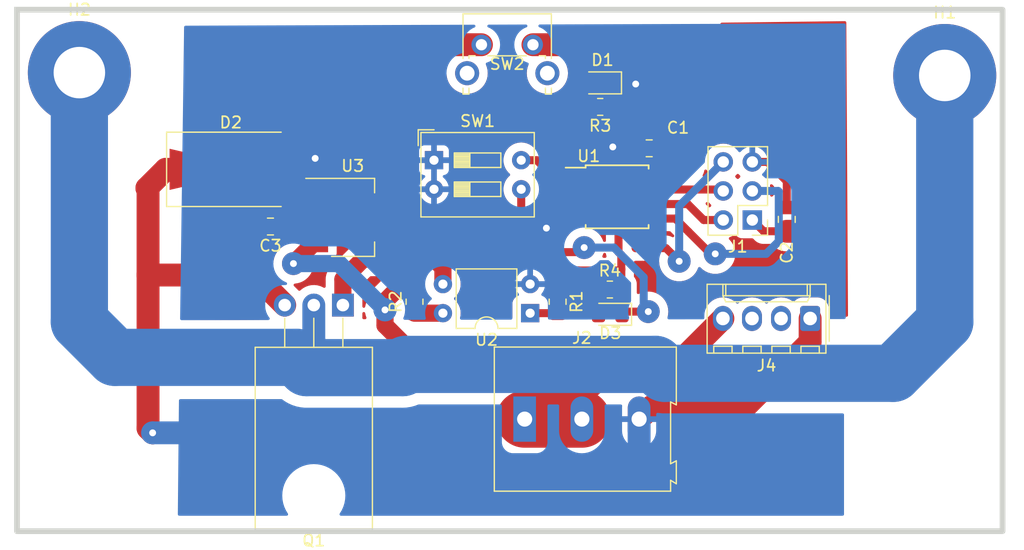
<source format=kicad_pcb>
(kicad_pcb (version 20221018) (generator pcbnew)
  (title_block (title "DC Halogen Flicker") (date "2024-07-12") (rev "v0") (company "Didik K. Inc") (comment 1 "drafted by Achmadi"))
  (layers (0 "F.Cu" signal) (31 "B.Cu" signal) (34 "B.Paste" user) (35 "F.Paste" user) (36 "B.SilkS" user "B.Silkscreen") (37 "F.SilkS" user "F.Silkscreen") (38 "B.Mask" user) (39 "F.Mask" user) (44 "Edge.Cuts" user))
  (net 0 "")
  (net 1 "+5V")
  (net 2 "GND")
  (net 3 "Net-(U3-VO)")
  (net 4 "Net-(D1-A)")
  (net 5 "GNDREF")
  (net 6 "Net-(D3-K)")
  (net 7 "Net-(D3-A)")
  (net 8 "GNDPWR")
  (net 9 "MISO")
  (net 10 "MOSI")
  (net 11 "SCK")
  (net 12 "NRST")
  (net 13 "+12V")
  (net 16 "Net-(Q1-G)")
  (net 17 "CON")
  (net 18 "Net-(R1-Pad2)")
  (net 19 "Net-(R2-Pad1)")
  (net 20 "SEL")
  (footprint "Resistor_SMD:R_0805_2012Metric_Pad1.20x1.40mm_HandSolder" (layer "F.Cu") (at 147.28 56.535 90)
    (fp_text reference "R2" (at 0 -1.65 90) (layer "F.SilkS"))
    (fp_text value "10K")
    (fp_line (start -0.227064 -0.735) (end 0.227064 -0.735) (stroke (width 0.12)) (layer "F.SilkS"))
    (fp_line (start -0.227064 0.735) (end 0.227064 0.735) (stroke (width 0.12)) (layer "F.SilkS"))
    (pad "1" smd roundrect (at -1 0 90) (size 1.2 1.4) (layers "F.Cu" "F.Paste" "F.Mask") (roundrect_rratio 0.208333) (net 19 "Net-(R2-Pad1)"))
    (pad "2" smd roundrect (at 1 0 90) (size 1.2 1.4) (layers "F.Cu" "F.Paste" "F.Mask") (roundrect_rratio 0.208333) (net 13 "+12V"))
  )
  (footprint "Package_TO_SOT_SMD:SOT-223-3_TabPin2" (layer "F.Cu") (at 141.88 49.16)
    (fp_text reference "U3" (at 0 -4.5) (layer "F.SilkS"))
    (fp_text value "AMS1117-5.0")
    (fp_line (start -4.1 -3.41) (end 1.91 -3.41) (stroke (width 0.12)) (layer "F.SilkS"))
    (fp_line (start -1.85 3.41) (end 1.91 3.41) (stroke (width 0.12)) (layer "F.SilkS"))
    (fp_line (start 1.91 -3.41) (end 1.91 -2.15) (stroke (width 0.12)) (layer "F.SilkS"))
    (fp_line (start 1.91 3.41) (end 1.91 2.15) (stroke (width 0.12)) (layer "F.SilkS"))
    (pad "1" smd rect (at -3.15 -2.3) (size 2 1.5) (layers "F.Cu" "F.Paste" "F.Mask") (net 2 "GND"))
    (pad "2" smd rect (at -3.15 0) (size 2 1.5) (layers "F.Cu" "F.Paste" "F.Mask") (net 3 "Net-(U3-VO)"))
    (pad "2" smd rect (at 3.15 0) (size 2 3.8) (layers "F.Cu" "F.Paste" "F.Mask") (net 3 "Net-(U3-VO)"))
    (pad "3" smd rect (at -3.15 2.3) (size 2 1.5) (layers "F.Cu" "F.Paste" "F.Mask") (net 13 "+12V"))
  )
  (footprint "Resistor_SMD:R_0805_2012Metric_Pad1.20x1.40mm_HandSolder" (layer "F.Cu") (at 159.78 56.535 -90)
    (fp_text reference "R1" (at 0 -1.65 90) (layer "F.SilkS"))
    (fp_text value "100")
    (fp_line (start -0.227064 -0.735) (end 0.227064 -0.735) (stroke (width 0.12)) (layer "F.SilkS"))
    (fp_line (start -0.227064 0.735) (end 0.227064 0.735) (stroke (width 0.12)) (layer "F.SilkS"))
    (pad "1" smd roundrect (at -1 0 270) (size 1.2 1.4) (layers "F.Cu" "F.Paste" "F.Mask") (roundrect_rratio 0.208333) (net 17 "CON"))
    (pad "2" smd roundrect (at 1 0 270) (size 1.2 1.4) (layers "F.Cu" "F.Paste" "F.Mask") (roundrect_rratio 0.208333) (net 18 "Net-(R1-Pad2)"))
  )
  (footprint "Resistor_SMD:R_0805_2012Metric_Pad1.20x1.40mm_HandSolder" (layer "F.Cu") (at 164.345 55.47)
    (fp_text reference "R4" (at 0 -1.65) (layer "F.SilkS"))
    (fp_text value "100")
    (fp_line (start -0.227064 -0.735) (end 0.227064 -0.735) (stroke (width 0.12)) (layer "F.SilkS"))
    (fp_line (start -0.227064 0.735) (end 0.227064 0.735) (stroke (width 0.12)) (layer "F.SilkS"))
    (pad "1" smd roundrect (at -1 0) (size 1.2 1.4) (layers "F.Cu" "F.Paste" "F.Mask") (roundrect_rratio 0.208333) (net 7 "Net-(D3-A)"))
    (pad "2" smd roundrect (at 1 0) (size 1.2 1.4) (layers "F.Cu" "F.Paste" "F.Mask") (roundrect_rratio 0.208333) (net 17 "CON"))
  )
  (footprint "Package_DIP:DIP-4_W7.62mm" (layer "F.Cu") (at 157.38 57.535 180)
    (fp_text reference "U2" (at 3.81 -2.33) (layer "F.SilkS"))
    (fp_text value "PC817")
    (fp_line (start 1.16 -1.33) (end 1.16 3.87) (stroke (width 0.12)) (layer "F.SilkS"))
    (fp_line (start 1.16 3.87) (end 6.46 3.87) (stroke (width 0.12)) (layer "F.SilkS"))
    (fp_line (start 2.81 -1.33) (end 1.16 -1.33) (stroke (width 0.12)) (layer "F.SilkS"))
    (fp_line (start 6.46 -1.33) (end 4.81 -1.33) (stroke (width 0.12)) (layer "F.SilkS"))
    (fp_line (start 6.46 3.87) (end 6.46 -1.33) (stroke (width 0.12)) (layer "F.SilkS"))
    (fp_arc (start 4.81 -1.33) (mid 3.81 -0.33) (end 2.81 -1.33) (stroke (width 0.12)) (layer "F.SilkS"))
    (pad "1" thru_hole rect (at 0 0 180) (size 1.6 1.6) (drill 0.8) (layers "*.Cu" "*.Mask") (net 18 "Net-(R1-Pad2)"))
    (pad "2" thru_hole oval (at 0 2.54 180) (size 1.6 1.6) (drill 0.8) (layers "*.Cu" "*.Mask") (net 2 "GND"))
    (pad "3" thru_hole oval (at 7.62 2.54 180) (size 1.6 1.6) (drill 0.8) (layers "*.Cu" "*.Mask") (net 16 "Net-(Q1-G)"))
    (pad "4" thru_hole oval (at 7.62 0 180) (size 1.6 1.6) (drill 0.8) (layers "*.Cu" "*.Mask") (net 19 "Net-(R2-Pad1)"))
  )
  (footprint "Capacitor_SMD:C_0805_2012Metric_Pad1.18x1.45mm_HandSolder" (layer "F.Cu") (at 179.8 49.3375 -90)
    (fp_text reference "C2" (at 2.9 0 90) (layer "F.SilkS"))
    (fp_text value "100nF")
    (fp_line (start -0.261252 -0.735) (end 0.261252 -0.735) (stroke (width 0.12)) (layer "F.SilkS"))
    (fp_line (start -0.261252 0.735) (end 0.261252 0.735) (stroke (width 0.12)) (layer "F.SilkS"))
    (pad "1" smd roundrect (at -1.0375 0 270) (size 1.175 1.45) (layers "F.Cu" "F.Paste" "F.Mask") (roundrect_rratio 0.212766) (net 2 "GND"))
    (pad "2" smd roundrect (at 1.0375 0 270) (size 1.175 1.45) (layers "F.Cu" "F.Paste" "F.Mask") (roundrect_rratio 0.212766) (net 1 "+5V"))
  )
  (footprint "Diode_SMD:D_SMB-SMC_Universal_Handsoldering" (layer "F.Cu") (at 131.23 44.96)
    (fp_text reference "D2" (at 0 -4.1) (layer "F.SilkS"))
    (fp_text value "D_Schottky")
    (fp_line (start -5.61 -3.25) (end 4.4 -3.25) (stroke (width 0.12)) (layer "F.SilkS"))
    (fp_line (start -5.61 3.25) (end -5.61 -3.25) (stroke (width 0.12)) (layer "F.SilkS"))
    (fp_line (start -5.61 3.25) (end 4.4 3.25) (stroke (width 0.12)) (layer "F.SilkS"))
    (pad "1" smd trapezoid (at -3.2 0) (size 4.3 2.6) (rect_delta 1 0) (layers "F.Cu" "F.Paste" "F.Mask") (net 5 "GNDREF"))
    (pad "2" smd trapezoid (at 3.2 0 180) (size 4.3 2.6) (rect_delta 1 0) (layers "F.Cu" "F.Paste" "F.Mask") (net 2 "GND"))
  )
  (footprint "Package_SO:SOIC-8W_5.3x5.3mm_P1.27mm" (layer "F.Cu") (at 164.98 47.36)
    (fp_text reference "U1" (at -2.48 -3.56) (layer "F.SilkS"))
    (fp_text value "ATtiny13A-S")
    (fp_line (start -2.75 -2.755) (end -2.75 -2.55) (stroke (width 0.15)) (layer "F.SilkS"))
    (fp_line (start -2.75 -2.755) (end 2.75 -2.755) (stroke (width 0.15)) (layer "F.SilkS"))
    (fp_line (start -2.75 -2.55) (end -4.5 -2.55) (stroke (width 0.15)) (layer "F.SilkS"))
    (fp_line (start -2.75 2.755) (end -2.75 2.455) (stroke (width 0.15)) (layer "F.SilkS"))
    (fp_line (start -2.75 2.755) (end 2.75 2.755) (stroke (width 0.15)) (layer "F.SilkS"))
    (fp_line (start 2.75 -2.755) (end 2.75 -2.455) (stroke (width 0.15)) (layer "F.SilkS"))
    (fp_line (start 2.75 2.755) (end 2.75 2.455) (stroke (width 0.15)) (layer "F.SilkS"))
    (pad "1" smd rect (at -3.65 -1.905) (size 1.7 0.65) (layers "F.Cu" "F.Paste" "F.Mask") (net 12 "NRST"))
    (pad "2" smd rect (at -3.65 -0.635) (size 1.7 0.65) (layers "F.Cu" "F.Paste" "F.Mask") (net 17 "CON"))
    (pad "3" smd rect (at -3.65 0.635) (size 1.7 0.65) (layers "F.Cu" "F.Paste" "F.Mask") (net 20 "SEL"))
    (pad "4" smd rect (at -3.65 1.905) (size 1.7 0.65) (layers "F.Cu" "F.Paste" "F.Mask") (net 2 "GND"))
    (pad "5" smd rect (at 3.65 1.905) (size 1.7 0.65) (layers "F.Cu" "F.Paste" "F.Mask") (net 10 "MOSI"))
    (pad "6" smd rect (at 3.65 0.635) (size 1.7 0.65) (layers "F.Cu" "F.Paste" "F.Mask") (net 9 "MISO"))
    (pad "7" smd rect (at 3.65 -0.635) (size 1.7 0.65) (layers "F.Cu" "F.Paste" "F.Mask") (net 11 "SCK"))
    (pad "8" smd rect (at 3.65 -1.905) (size 1.7 0.65) (layers "F.Cu" "F.Paste" "F.Mask") (net 1 "+5V"))
  )
  (footprint "Connector_Molex:Molex_KK-254_AE-6410-04A_1x04_P2.54mm_Vertical" (layer "F.Cu") (at 181.84 58 180)
    (fp_text reference "J4" (at 3.81 -4.12) (layer "F.SilkS"))
    (fp_text value "CHARGER")
    (fp_line (start -1.67 -2) (end -1.67 2) (stroke (width 0.12)) (layer "F.SilkS"))
    (fp_line (start -1.38 -3.03) (end -1.38 2.99) (stroke (width 0.12)) (layer "F.SilkS"))
    (fp_line (start -1.38 2.99) (end 9 2.99) (stroke (width 0.12)) (layer "F.SilkS"))
    (fp_line (start -0.8 -3.03) (end -0.8 -2.43) (stroke (width 0.12)) (layer "F.SilkS"))
    (fp_line (start -0.8 -2.43) (end 0.8 -2.43) (stroke (width 0.12)) (layer "F.SilkS"))
    (fp_line (start 0 1.99) (end 0.25 1.46) (stroke (width 0.12)) (layer "F.SilkS"))
    (fp_line (start 0 1.99) (end 7.62 1.99) (stroke (width 0.12)) (layer "F.SilkS"))
    (fp_line (start 0 2.99) (end 0 1.99) (stroke (width 0.12)) (layer "F.SilkS"))
    (fp_line (start 0.25 1.46) (end 7.37 1.46) (stroke (width 0.12)) (layer "F.SilkS"))
    (fp_line (start 0.25 2.99) (end 0.25 1.99) (stroke (width 0.12)) (layer "F.SilkS"))
    (fp_line (start 0.8 -2.43) (end 0.8 -3.03) (stroke (width 0.12)) (layer "F.SilkS"))
    (fp_line (start 1.74 -3.03) (end 1.74 -2.43) (stroke (width 0.12)) (layer "F.SilkS"))
    (fp_line (start 1.74 -2.43) (end 3.34 -2.43) (stroke (width 0.12)) (layer "F.SilkS"))
    (fp_line (start 3.34 -2.43) (end 3.34 -3.03) (stroke (width 0.12)) (layer "F.SilkS"))
    (fp_line (start 4.28 -3.03) (end 4.28 -2.43) (stroke (width 0.12)) (layer "F.SilkS"))
    (fp_line (start 4.28 -2.43) (end 5.88 -2.43) (stroke (width 0.12)) (layer "F.SilkS"))
    (fp_line (start 5.88 -2.43) (end 5.88 -3.03) (stroke (width 0.12)) (layer "F.SilkS"))
    (fp_line (start 6.82 -3.03) (end 6.82 -2.43) (stroke (width 0.12)) (layer "F.SilkS"))
    (fp_line (start 6.82 -2.43) (end 8.42 -2.43) (stroke (width 0.12)) (layer "F.SilkS"))
    (fp_line (start 7.37 1.46) (end 7.62 1.99) (stroke (width 0.12)) (layer "F.SilkS"))
    (fp_line (start 7.37 2.99) (end 7.37 1.99) (stroke (width 0.12)) (layer "F.SilkS"))
    (fp_line (start 7.62 1.99) (end 7.62 2.99) (stroke (width 0.12)) (layer "F.SilkS"))
    (fp_line (start 8.42 -2.43) (end 8.42 -3.03) (stroke (width 0.12)) (layer "F.SilkS"))
    (fp_line (start 9 -3.03) (end -1.38 -3.03) (stroke (width 0.12)) (layer "F.SilkS"))
    (fp_line (start 9 2.99) (end 9 -3.03) (stroke (width 0.12)) (layer "F.SilkS"))
    (pad "1" thru_hole roundrect (at 0 0 180) (size 1.74 2.19) (drill 1.19) (layers "*.Cu" "*.Mask") (roundrect_rratio 0.143678) (net 5 "GNDREF"))
    (pad "2" thru_hole oval (at 2.54 0 180) (size 1.74 2.19) (drill 1.19) (layers "*.Cu" "*.Mask"))
    (pad "3" thru_hole oval (at 5.08 0 180) (size 1.74 2.19) (drill 1.19) (layers "*.Cu" "*.Mask"))
    (pad "4" thru_hole oval (at 7.62 0 180) (size 1.74 2.19) (drill 1.19) (layers "*.Cu" "*.Mask") (net 13 "+12V"))
  )
  (footprint "Connector_PinHeader_2.54mm:PinHeader_2x03_P2.54mm_Vertical" (layer "F.Cu") (at 176.79 49.39 180)
    (fp_text reference "J1" (at 1.27 -2.33) (layer "F.SilkS"))
    (fp_text value "ASP")
    (fp_line (start -1.33 -1.33) (end 0 -1.33) (stroke (width 0.12)) (layer "F.SilkS"))
    (fp_line (start -1.33 0) (end -1.33 -1.33) (stroke (width 0.12)) (layer "F.SilkS"))
    (fp_line (start -1.33 1.27) (end -1.33 6.41) (stroke (width 0.12)) (layer "F.SilkS"))
    (fp_line (start -1.33 1.27) (end 1.27 1.27) (stroke (width 0.12)) (layer "F.SilkS"))
    (fp_line (start -1.33 6.41) (end 3.87 6.41) (stroke (width 0.12)) (layer "F.SilkS"))
    (fp_line (start 1.27 -1.33) (end 3.87 -1.33) (stroke (width 0.12)) (layer "F.SilkS"))
    (fp_line (start 1.27 1.27) (end 1.27 -1.33) (stroke (width 0.12)) (layer "F.SilkS"))
    (fp_line (start 3.87 -1.33) (end 3.87 6.41) (stroke (width 0.12)) (layer "F.SilkS"))
    (pad "1" thru_hole rect (at 0 0 180) (size 1.7 1.7) (drill 1) (layers "*.Cu" "*.Mask") (net 1 "+5V"))
    (pad "2" thru_hole oval (at 2.54 0 180) (size 1.7 1.7) (drill 1) (layers "*.Cu" "*.Mask") (net 9 "MISO"))
    (pad "3" thru_hole oval (at 0 2.54 180) (size 1.7 1.7) (drill 1) (layers "*.Cu" "*.Mask") (net 10 "MOSI"))
    (pad "4" thru_hole oval (at 2.54 2.54 180) (size 1.7 1.7) (drill 1) (layers "*.Cu" "*.Mask") (net 11 "SCK"))
    (pad "5" thru_hole oval (at 0 5.08 180) (size 1.7 1.7) (drill 1) (layers "*.Cu" "*.Mask") (net 2 "GND"))
    (pad "6" thru_hole oval (at 2.54 5.08 180) (size 1.7 1.7) (drill 1) (layers "*.Cu" "*.Mask") (net 12 "NRST"))
  )
  (footprint "MountingHole:MountingHole_4.5mm_Pad" (layer "F.Cu") (at 118 36.5)
    (fp_text reference "H2" (at 0 -5.5) (layer "F.SilkS"))
    (fp_text value "MountingHole_Pad")
    (pad "1" thru_hole circle (at 0 0) (size 9 9) (drill 4.5) (layers "*.Cu" "*.Mask") (net 8 "GNDPWR"))
  )
  (footprint "Capacitor_SMD:C_0805_2012Metric_Pad1.18x1.45mm_HandSolder" (layer "F.Cu") (at 134.6925 49.96 180)
    (fp_text reference "C3" (at 0 -1.68) (layer "F.SilkS"))
    (fp_text value "100nF")
    (fp_line (start -0.261252 -0.735) (end 0.261252 -0.735) (stroke (width 0.12)) (layer "F.SilkS"))
    (fp_line (start -0.261252 0.735) (end 0.261252 0.735) (stroke (width 0.12)) (layer "F.SilkS"))
    (pad "1" smd roundrect (at -1.0375 0 180) (size 1.175 1.45) (layers "F.Cu" "F.Paste" "F.Mask") (roundrect_rratio 0.212766) (net 3 "Net-(U3-VO)"))
    (pad "2" smd roundrect (at 1.0375 0 180) (size 1.175 1.45) (layers "F.Cu" "F.Paste" "F.Mask") (roundrect_rratio 0.212766) (net 2 "GND"))
  )
  (footprint "TerminalBlock:TerminalBlock_Altech_AK300-3_P5.00mm" (layer "F.Cu") (at 156.9 66.8)
    (fp_text reference "J2" (at 5 -7.1) (layer "F.SilkS"))
    (fp_text value "BATT_LAMP")
    (fp_line (start -2.65 -6.3) (end -2.65 6.3) (stroke (width 0.12)) (layer "F.SilkS"))
    (fp_line (start -2.65 6.3) (end 12.75 6.3) (stroke (width 0.12)) (layer "F.SilkS"))
    (fp_line (start 12.75 -1.5) (end 13.25 -1.25) (stroke (width 0.12)) (layer "F.SilkS"))
    (fp_line (start 12.75 3.9) (end 12.75 -1.5) (stroke (width 0.12)) (layer "F.SilkS"))
    (fp_line (start 12.75 5.35) (end 13.25 5.65) (stroke (width 0.12)) (layer "F.SilkS"))
    (fp_line (start 12.75 6.3) (end 12.75 5.35) (stroke (width 0.12)) (layer "F.SilkS"))
    (fp_line (start 13.25 -6.3) (end -2.65 -6.3) (stroke (width 0.12)) (layer "F.SilkS"))
    (fp_line (start 13.25 -1.25) (end 13.25 -6.3) (stroke (width 0.12)) (layer "F.SilkS"))
    (fp_line (start 13.25 3.65) (end 12.75 3.9) (stroke (width 0.12)) (layer "F.SilkS"))
    (fp_line (start 13.25 5.65) (end 13.25 3.65) (stroke (width 0.12)) (layer "F.SilkS"))
    (pad "1" thru_hole rect (at 0 0) (size 1.98 3.96) (drill 1.32) (layers "*.Cu" "*.Mask") (net 13 "+12V"))
    (pad "2" thru_hole oval (at 5 0) (size 1.98 3.96) (drill 1.32) (layers "*.Cu" "*.Mask") (net 13 "+12V"))
    (pad "3" thru_hole oval (at 10 0) (size 1.98 3.96) (drill 1.32) (layers "*.Cu" "*.Mask") (net 5 "GNDREF"))
  )
  (footprint "Button_Switch_THT:SW_DIP_SPSTx02_Slide_9.78x7.26mm_W7.62mm_P2.54mm" (layer "F.Cu") (at 148.98 44.16)
    (fp_text reference "SW1" (at 3.81 -3.42) (layer "F.SilkS"))
    (fp_text value "SW_DIP_x02")
    (fp_line (start -1.38 -2.66) (end -1.38 -1.277) (stroke (width 0.12)) (layer "F.SilkS"))
    (fp_line (start -1.38 -2.66) (end 0.004 -2.66) (stroke (width 0.12)) (layer "F.SilkS"))
    (fp_line (start -1.14 -2.42) (end -1.14 4.96) (stroke (width 0.12)) (layer "F.SilkS"))
    (fp_line (start -1.14 -2.42) (end 8.76 -2.42) (stroke (width 0.12)) (layer "F.SilkS"))
    (fp_line (start -1.14 4.96) (end 8.76 4.96) (stroke (width 0.12)) (layer "F.SilkS"))
    (fp_line (start 1.78 -0.635) (end 1.78 0.635) (stroke (width 0.12)) (layer "F.SilkS"))
    (fp_line (start 1.78 -0.515) (end 3.133333 -0.515) (stroke (width 0.12)) (layer "F.SilkS"))
    (fp_line (start 1.78 -0.395) (end 3.133333 -0.395) (stroke (width 0.12)) (layer "F.SilkS"))
    (fp_line (start 1.78 -0.275) (end 3.133333 -0.275) (stroke (width 0.12)) (layer "F.SilkS"))
    (fp_line (start 1.78 -0.155) (end 3.133333 -0.155) (stroke (width 0.12)) (layer "F.SilkS"))
    (fp_line (start 1.78 -0.035) (end 3.133333 -0.035) (stroke (width 0.12)) (layer "F.SilkS"))
    (fp_line (start 1.78 0.085) (end 3.133333 0.085) (stroke (width 0.12)) (layer "F.SilkS"))
    (fp_line (start 1.78 0.205) (end 3.133333 0.205) (stroke (width 0.12)) (layer "F.SilkS"))
    (fp_line (start 1.78 0.325) (end 3.133333 0.325) (stroke (width 0.12)) (layer "F.SilkS"))
    (fp_line (start 1.78 0.445) (end 3.133333 0.445) (stroke (width 0.12)) (layer "F.SilkS"))
    (fp_line (start 1.78 0.565) (end 3.133333 0.565) (stroke (width 0.12)) (layer "F.SilkS"))
    (fp_line (start 1.78 0.635) (end 5.84 0.635) (stroke (width 0.12)) (layer "F.SilkS"))
    (fp_line (start 1.78 1.905) (end 1.78 3.175) (stroke (width 0.12)) (layer "F.SilkS"))
    (fp_line (start 1.78 2.025) (end 3.133333 2.025) (stroke (width 0.12)) (layer "F.SilkS"))
    (fp_line (start 1.78 2.145) (end 3.133333 2.145) (stroke (width 0.12)) (layer "F.SilkS"))
    (fp_line (start 1.78 2.265) (end 3.133333 2.265) (stroke (width 0.12)) (layer "F.SilkS"))
    (fp_line (start 1.78 2.385) (end 3.133333 2.385) (stroke (width 0.12)) (layer "F.SilkS"))
    (fp_line (start 1.78 2.505) (end 3.133333 2.505) (stroke (width 0.12)) (layer "F.SilkS"))
    (fp_line (start 1.78 2.625) (end 3.133333 2.625) (stroke (width 0.12)) (layer "F.SilkS"))
    (fp_line (start 1.78 2.745) (end 3.133333 2.745) (stroke (width 0.12)) (layer "F.SilkS"))
    (fp_line (start 1.78 2.865) (end 3.133333 2.865) (stroke (width 0.12)) (layer "F.SilkS"))
    (fp_line (start 1.78 2.985) (end 3.133333 2.985) (stroke (width 0.12)) (layer "F.SilkS"))
    (fp_line (start 1.78 3.105) (end 3.133333 3.105) (stroke (width 0.12)) (layer "F.SilkS"))
    (fp_line (start 1.78 3.175) (end 5.84 3.175) (stroke (width 0.12)) (layer "F.SilkS"))
    (fp_line (start 3.133333 -0.635) (end 3.133333 0.635) (stroke (width 0.12)) (layer "F.SilkS"))
    (fp_line (start 3.133333 1.905) (end 3.133333 3.175) (stroke (width 0.12)) (layer "F.SilkS"))
    (fp_line (start 5.84 -0.635) (end 1.78 -0.635) (stroke (width 0.12)) (layer "F.SilkS"))
    (fp_line (start 5.84 0.635) (end 5.84 -0.635) (stroke (width 0.12)) (layer "F.SilkS"))
    (fp_line (start 5.84 1.905) (end 1.78 1.905) (stroke (width 0.12)) (layer "F.SilkS"))
    (fp_line (start 5.84 3.175) (end 5.84 1.905) (stroke (width 0.12)) (layer "F.SilkS"))
    (fp_line (start 8.76 -2.42) (end 8.76 4.96) (stroke (width 0.12)) (layer "F.SilkS"))
    (pad "1" thru_hole rect (at 0 0) (size 1.6 1.6) (drill 0.8) (layers "*.Cu" "*.Mask") (net 2 "GND"))
    (pad "2" thru_hole oval (at 0 2.54) (size 1.6 1.6) (drill 0.8) (layers "*.Cu" "*.Mask") (net 2 "GND"))
    (pad "3" thru_hole oval (at 7.62 2.54) (size 1.6 1.6) (drill 0.8) (layers "*.Cu" "*.Mask") (net 6 "Net-(D3-K)"))
    (pad "4" thru_hole oval (at 7.62 0) (size 1.6 1.6) (drill 0.8) (layers "*.Cu" "*.Mask") (net 20 "SEL"))
  )
  (footprint "Package_TO_SOT_THT:TO-220-3_Horizontal_TabDown" (layer "F.Cu") (at 141.02 56.83 180)
    (fp_text reference "Q1" (at 2.54 -20.58) (layer "F.SilkS"))
    (fp_text value "IRF540N")
    (fp_line (start -2.58 -19.58) (end -2.58 -3.69) (stroke (width 0.12)) (layer "F.SilkS"))
    (fp_line (start -2.58 -19.58) (end 7.66 -19.58) (stroke (width 0.12)) (layer "F.SilkS"))
    (fp_line (start -2.58 -3.69) (end 7.66 -3.69) (stroke (width 0.12)) (layer "F.SilkS"))
    (fp_line (start 0 -3.69) (end 0 -1.15) (stroke (width 0.12)) (layer "F.SilkS"))
    (fp_line (start 2.54 -3.69) (end 2.54 -1.15) (stroke (width 0.12)) (layer "F.SilkS"))
    (fp_line (start 5.08 -3.69) (end 5.08 -1.15) (stroke (width 0.12)) (layer "F.SilkS"))
    (fp_line (start 7.66 -19.58) (end 7.66 -3.69) (stroke (width 0.12)) (layer "F.SilkS"))
    (pad "" np_thru_hole oval (at 2.54 -16.66 180) (size 3.5 3.5) (drill 3.5) (layers "*.Cu" "*.Mask"))
    (pad "1" thru_hole rect (at 0 0 180) (size 1.905 2) (drill 1.1) (layers "*.Cu" "*.Mask") (net 16 "Net-(Q1-G)"))
    (pad "2" thru_hole oval (at 2.54 0 180) (size 1.905 2) (drill 1.1) (layers "*.Cu" "*.Mask") (net 8 "GNDPWR"))
    (pad "3" thru_hole oval (at 5.08 0 180) (size 1.905 2) (drill 1.1) (layers "*.Cu" "*.Mask") (net 5 "GNDREF"))
  )
  (footprint "LED_SMD:LED_0805_2012Metric_Pad1.15x1.40mm_HandSolder" (layer "F.Cu") (at 164.38 57.635 180)
    (fp_text reference "D3" (at 0 -1.65) (layer "F.SilkS"))
    (fp_text value "LED")
    (fp_line (start -1.86 -0.96) (end -1.86 0.96) (stroke (width 0.12)) (layer "F.SilkS"))
    (fp_line (start -1.86 0.96) (end 1 0.96) (stroke (width 0.12)) (layer "F.SilkS"))
    (fp_line (start 1 -0.96) (end -1.86 -0.96) (stroke (width 0.12)) (layer "F.SilkS"))
    (pad "1" smd roundrect (at -1.025 0 180) (size 1.15 1.4) (layers "F.Cu" "F.Paste" "F.Mask") (roundrect_rratio 0.217391) (net 6 "Net-(D3-K)"))
    (pad "2" smd roundrect (at 1.025 0 180) (size 1.15 1.4) (layers "F.Cu" "F.Paste" "F.Mask") (roundrect_rratio 0.217391) (net 7 "Net-(D3-A)"))
  )
  (footprint "LED_SMD:LED_0805_2012Metric_Pad1.15x1.40mm_HandSolder" (layer "F.Cu") (at 163.5 37.4 180)
    (fp_text reference "D1" (at -0.2 2) (layer "F.SilkS"))
    (fp_text value "LED")
    (fp_line (start -1.86 -0.96) (end -1.86 0.96) (stroke (width 0.12)) (layer "F.SilkS"))
    (fp_line (start -1.86 0.96) (end 1 0.96) (stroke (width 0.12)) (layer "F.SilkS"))
    (fp_line (start 1 -0.96) (end -1.86 -0.96) (stroke (width 0.12)) (layer "F.SilkS"))
    (pad "1" smd roundrect (at -1.025 0 180) (size 1.15 1.4) (layers "F.Cu" "F.Paste" "F.Mask") (roundrect_rratio 0.217391) (net 2 "GND"))
    (pad "2" smd roundrect (at 1.025 0 180) (size 1.15 1.4) (layers "F.Cu" "F.Paste" "F.Mask") (roundrect_rratio 0.217391) (net 4 "Net-(D1-A)"))
  )
  (footprint "Resistor_SMD:R_0805_2012Metric_Pad1.20x1.40mm_HandSolder" (layer "F.Cu") (at 163.5 39.5 180)
    (fp_text reference "R3" (at 0 -1.65) (layer "F.SilkS"))
    (fp_text value "100")
    (fp_line (start -0.227064 -0.735) (end 0.227064 -0.735) (stroke (width 0.12)) (layer "F.SilkS"))
    (fp_line (start -0.227064 0.735) (end 0.227064 0.735) (stroke (width 0.12)) (layer "F.SilkS"))
    (pad "1" smd roundrect (at -1 0 180) (size 1.2 1.4) (layers "F.Cu" "F.Paste" "F.Mask") (roundrect_rratio 0.208333) (net 1 "+5V"))
    (pad "2" smd roundrect (at 1 0 180) (size 1.2 1.4) (layers "F.Cu" "F.Paste" "F.Mask") (roundrect_rratio 0.208333) (net 4 "Net-(D1-A)"))
  )
  (footprint "MountingHole:MountingHole_4.5mm_Pad" (layer "F.Cu") (at 193.6 36.75)
    (fp_text reference "H1" (at 0 -5.5) (layer "F.SilkS"))
    (fp_text value "MountingHole_Pad")
    (pad "1" thru_hole circle (at 0 0) (size 9 9) (drill 4.5) (layers "*.Cu" "*.Mask") (net 8 "GNDPWR"))
  )
  (footprint "Button_Switch_THT:SW_Tactile_SPST_Angled_PTS645Vx31-2LFS" (layer "F.Cu") (at 153.125 34.0625)
    (fp_text reference "SW2" (at 2.25 1.68) (layer "F.SilkS"))
    (fp_text value "SW_Push")
    (fp_line (start -1.61 -2.7) (end -1.61 1.2) (stroke (width 0.12)) (layer "F.SilkS"))
    (fp_line (start -1.61 -2.7) (end 6.11 -2.7) (stroke (width 0.12)) (layer "F.SilkS"))
    (fp_line (start -1.61 3.8) (end -1.61 4.31) (stroke (width 0.12)) (layer "F.SilkS"))
    (fp_line (start -1.61 4.31) (end -1.09 4.31) (stroke (width 0.12)) (layer "F.SilkS"))
    (fp_line (start -1.09 0.97) (end -1.09 1.2) (stroke (width 0.12)) (layer "F.SilkS"))
    (fp_line (start -1.09 0.97) (end -0.55 0.97) (stroke (width 0.12)) (layer "F.SilkS"))
    (fp_line (start -1.09 3.8) (end -1.09 4.31) (stroke (width 0.12)) (layer "F.SilkS"))
    (fp_line (start 0.55 0.97) (end 3.95 0.97) (stroke (width 0.12)) (layer "F.SilkS"))
    (fp_line (start 5.05 0.97) (end 5.59 0.97) (stroke (width 0.12)) (layer "F.SilkS"))
    (fp_line (start 5.59 0.97) (end 5.59 1.2) (stroke (width 0.12)) (layer "F.SilkS"))
    (fp_line (start 5.59 3.8) (end 5.59 4.31) (stroke (width 0.12)) (layer "F.SilkS"))
    (fp_line (start 5.59 4.31) (end 6.11 4.31) (stroke (width 0.12)) (layer "F.SilkS"))
    (fp_line (start 6.11 -2.7) (end 6.11 1.2) (stroke (width 0.12)) (layer "F.SilkS"))
    (fp_line (start 6.11 3.8) (end 6.11 4.31) (stroke (width 0.12)) (layer "F.SilkS"))
    (pad "" thru_hole circle (at -1.25 2.49) (size 2.1 2.1) (drill 1.3) (layers "*.Cu" "*.Mask"))
    (pad "" thru_hole circle (at 5.76 2.49) (size 2.1 2.1) (drill 1.3) (layers "*.Cu" "*.Mask"))
    (pad "1" thru_hole circle (at 0 0) (size 1.75 1.75) (drill 0.99) (layers "*.Cu" "*.Mask") (net 3 "Net-(U3-VO)"))
    (pad "2" thru_hole circle (at 4.5 0) (size 1.75 1.75) (drill 0.99) (layers "*.Cu" "*.Mask") (net 1 "+5V"))
  )
  (footprint "Capacitor_SMD:C_0805_2012Metric_Pad1.18x1.45mm_HandSolder" (layer "F.Cu") (at 167.78 43.12 180)
    (fp_text reference "C1" (at -2.52 1.8) (layer "F.SilkS"))
    (fp_text value "100nF")
    (fp_line (start -0.261252 -0.735) (end 0.261252 -0.735) (stroke (width 0.12)) (layer "F.SilkS"))
    (fp_line (start -0.261252 0.735) (end 0.261252 0.735) (stroke (width 0.12)) (layer "F.SilkS"))
    (pad "1" smd roundrect (at -1.0375 0 180) (size 1.175 1.45) (layers "F.Cu" "F.Paste" "F.Mask") (roundrect_rratio 0.212766) (net 1 "+5V"))
    (pad "2" smd roundrect (at 1.0375 0 180) (size 1.175 1.45) (layers "F.Cu" "F.Paste" "F.Mask") (roundrect_rratio 0.212766) (net 2 "GND"))
  )
  (gr_rect (start 112.55 31) (end 198.65 76.6) (stroke (width 0.5)) (fill none) (layer "Edge.Cuts"))
  (segment (start 182.85 43.3) (end 182.85 49.5) (width 2) (layer "F.Cu") (net 1))
  (segment (start 171.32 43.12) (end 171.32 34.1825) (width 2) (layer "F.Cu") (net 1))
  (segment (start 157.625 34.0625) (end 171.2 34.0625) (width 2) (layer "F.Cu") (net 1))
  (segment (start 171.5 44.9) (end 171.5 43.3) (width 0.7) (layer "F.Cu") (net 1))
  (segment (start 173.6125 34.0625) (end 182.85 43.3) (width 2) (layer "F.Cu") (net 1))
  (segment (start 166.5 39.5) (end 168.8175 41.8175) (width 0.7) (layer "F.Cu") (net 1))
  (segment (start 177.775 50.375) (end 176.79 49.39) (width 0.7) (layer "F.Cu") (net 1))
  (segment (start 164.5 39.5) (end 166.5 39.5) (width 0.7) (layer "F.Cu") (net 1))
  (segment (start 171.32 34.1825) (end 171.2 34.0625) (width 2) (layer "F.Cu") (net 1))
  (segment (start 168.8175 41.8175) (end 168.8175 43.12) (width 0.7) (layer "F.Cu") (net 1))
  (segment (start 182.85 49.5) (end 181.975 50.375) (width 2) (layer "F.Cu") (net 1))
  (segment (start 179.8 50.375) (end 177.775 50.375) (width 0.7) (layer "F.Cu") (net 1))
  (segment (start 168.63 45.455) (end 170.945 45.455) (width 0.7) (layer "F.Cu") (net 1))
  (segment (start 171.2 34.0625) (end 173.6125 34.0625) (width 2) (layer "F.Cu") (net 1))
  (segment (start 171.32 43.12) (end 168.8175 43.12) (width 0.7) (layer "F.Cu") (net 1))
  (segment (start 181.975 50.375) (end 179.8 50.375) (width 2) (layer "F.Cu") (net 1))
  (segment (start 171.5 43.3) (end 171.32 43.12) (width 0.7) (layer "F.Cu") (net 1))
  (segment (start 170.945 45.455) (end 171.5 44.9) (width 0.7) (layer "F.Cu") (net 1))
  (segment (start 136.83 44.96) (end 137.79 44) (width 1.5) (layer "F.Cu") (net 2))
  (segment (start 166.5 37.4) (end 166.6 37.5) (width 0.7) (layer "F.Cu") (net 2))
  (segment (start 161.33 49.265) (end 159.635 49.265) (width 0.7) (layer "F.Cu") (net 2))
  (segment (start 166.7425 43.12) (end 164.72 43.12) (width 0.7) (layer "F.Cu") (net 2))
  (segment (start 159.635 49.265) (end 158.8 50.1) (width 0.7) (layer "F.Cu") (net 2))
  (segment (start 179.8 46) (end 178.11 44.31) (width 0.7) (layer "F.Cu") (net 2))
  (segment (start 179.8 48.3) (end 179.8 46) (width 0.7) (layer "F.Cu") (net 2))
  (segment (start 136.83 44.96) (end 138.73 46.86) (width 1.5) (layer "F.Cu") (net 2))
  (segment (start 164.525 37.4) (end 166.5 37.4) (width 0.7) (layer "F.Cu") (net 2))
  (segment (start 178.11 44.31) (end 176.79 44.31) (width 0.7) (layer "F.Cu") (net 2))
  (segment (start 134.43 44.96) (end 136.83 44.96) (width 1.5) (layer "F.Cu") (net 2))
  (segment (start 164.72 43.12) (end 164.6 43) (width 0.7) (layer "F.Cu") (net 2))
  (segment (start 137.79 44) (end 138.6 44) (width 1.5) (layer "F.Cu") (net 2))
  (segment (start 133.655 49.96) (end 133.655 45.735) (width 1.5) (layer "F.Cu") (net 2))
  (segment (start 133.655 45.735) (end 134.43 44.96) (width 1.5) (layer "F.Cu") (net 2))
  (via (at 158.8 50.1) (size 2) (drill 0.6) (layers "F.Cu" "B.Cu") (net 2))
  (via (at 166.6 37.5) (size 2) (drill 0.6) (layers "F.Cu" "B.Cu") (net 2))
  (via (at 164.6 43) (size 2) (drill 0.6) (layers "F.Cu" "B.Cu") (net 2))
  (via (at 138.6 44) (size 2) (drill 0.6) (layers "F.Cu" "B.Cu") (net 2))
  (segment (start 135.73 49.96) (end 135.74 49.96) (width 1.5) (layer "F.Cu") (net 3))
  (segment (start 145.03 49.16) (end 145.03 38.97) (width 2) (layer "F.Cu") (net 3))
  (segment (start 138.73 49.16) (end 145.03 49.16) (width 1.5) (layer "F.Cu") (net 3))
  (segment (start 145.03 38.97) (end 149.9375 34.0625) (width 2) (layer "F.Cu") (net 3))
  (segment (start 136.54 49.16) (end 138.73 49.16) (width 1.5) (layer "F.Cu") (net 3))
  (segment (start 149.9375 34.0625) (end 153.125 34.0625) (width 2) (layer "F.Cu") (net 3))
  (segment (start 135.74 49.96) (end 136.54 49.16) (width 1.5) (layer "F.Cu") (net 3))
  (segment (start 162.475 37.4) (end 162.475 39.475) (width 0.7) (layer "F.Cu") (net 4))
  (segment (start 162.475 39.475) (end 162.5 39.5) (width 0.7) (layer "F.Cu") (net 4))
  (segment (start 176.2 65.7) (end 168 65.7) (width 2) (layer "F.Cu") (net 5))
  (segment (start 168 65.7) (end 166.9 66.8) (width 2) (layer "F.Cu") (net 5))
  (segment (start 181.84 58) (end 181.84 60.06) (width 2) (layer "F.Cu") (net 5))
  (segment (start 124 67.6) (end 124.4 68) (width 2) (layer "F.Cu") (net 5))
  (segment (start 124 54.2) (end 124 67.6) (width 2) (layer "F.Cu") (net 5))
  (segment (start 124 54.2) (end 133.31 54.2) (width 2) (layer "F.Cu") (net 5))
  (segment (start 124 46.7) (end 124 54.2) (width 2) (layer "F.Cu") (net 5))
  (segment (start 128.03 44.96) (end 125.54 44.96) (width 2) (layer "F.Cu") (net 5))
  (segment (start 181.84 60.06) (end 176.2 65.7) (width 2) (layer "F.Cu") (net 5))
  (segment (start 123.9 46.6) (end 124 46.7) (width 2) (layer "F.Cu") (net 5))
  (segment (start 125.54 44.96) (end 123.9 46.6) (width 2) (layer "F.Cu") (net 5))
  (segment (start 133.31 54.2) (end 135.94 56.83) (width 2) (layer "F.Cu") (net 5))
  (via (at 124.4 68) (size 2) (drill 0.6) (layers "F.Cu" "B.Cu") (net 5))
  (segment (start 149.85 72.5) (end 165.55 72.5) (width 2) (layer "B.Cu") (net 5))
  (segment (start 166.9 71.15) (end 166.9 66.8) (width 2) (layer "B.Cu") (net 5))
  (segment (start 145.35 68) (end 149.85 72.5) (width 2) (layer "B.Cu") (net 5))
  (segment (start 124.4 68) (end 145.35 68) (width 2) (layer "B.Cu") (net 5))
  (segment (start 165.55 72.5) (end 166.9 71.15) (width 2) (layer "B.Cu") (net 5))
  (segment (start 167.7 57.4) (end 165.64 57.4) (width 0.7) (layer "F.Cu") (net 6))
  (segment (start 161.7 52.2) (end 162.1 51.8) (width 0.7) (layer "F.Cu") (net 6))
  (segment (start 165.64 57.4) (end 165.405 57.635) (width 0.7) (layer "F.Cu") (net 6))
  (segment (start 157.7 52.2) (end 161.7 52.2) (width 0.7) (layer "F.Cu") (net 6))
  (segment (start 156.6 51.1) (end 157.7 52.2) (width 0.7) (layer "F.Cu") (net 6))
  (segment (start 156.6 46.7) (end 156.6 51.1) (width 0.7) (layer "F.Cu") (net 6))
  (via (at 167.7 57.4) (size 2) (drill 0.6) (layers "F.Cu" "B.Cu") (net 6))
  (via (at 162.1 51.8) (size 2) (drill 0.6) (layers "F.Cu" "B.Cu") (net 6))
  (segment (start 164.7 51.8) (end 167.3 54.4) (width 0.7) (layer "B.Cu") (net 6))
  (segment (start 162.1 51.8) (end 164.7 51.8) (width 0.7) (layer "B.Cu") (net 6))
  (segment (start 167.3 57) (end 167.7 57.4) (width 0.7) (layer "B.Cu") (net 6))
  (segment (start 167.3 54.4) (end 167.3 57) (width 0.7) (layer "B.Cu") (net 6))
  (segment (start 163.345 55.47) (end 163.345 57.625) (width 0.7) (layer "F.Cu") (net 7))
  (segment (start 163.345 57.625) (end 163.355 57.635) (width 0.7) (layer "F.Cu") (net 7))
  (segment (start 118 36.5) (end 118 58.3) (width 5) (layer "B.Cu") (net 8))
  (segment (start 118 58.3) (end 121.1 61.4) (width 5) (layer "B.Cu") (net 8))
  (segment (start 169.102999 62.795) (end 168.324295 62.016296) (width 5) (layer "B.Cu") (net 8))
  (segment (start 193.6 58.3) (end 189.105 62.795) (width 5) (layer "B.Cu") (net 8))
  (segment (start 168.324295 62.016296) (end 146.516295 62.016296) (width 5) (layer "B.Cu") (net 8))
  (segment (start 121.1 61.4) (end 136.96 61.4) (width 5) (layer "B.Cu") (net 8))
  (segment (start 193.6 36.75) (end 193.6 58.3) (width 5) (layer "B.Cu") (net 8))
  (segment (start 138.48 56.83) (end 138.48 59.88) (width 2) (layer "B.Cu") (net 8))
  (segment (start 146.516295 62.016296) (end 146.232591 62.3) (width 5) (layer "B.Cu") (net 8))
  (segment (start 189.105 62.795) (end 169.102999 62.795) (width 5) (layer "B.Cu") (net 8))
  (segment (start 138.48 59.88) (end 136.96 61.4) (width 2) (layer "B.Cu") (net 8))
  (segment (start 137.86 62.3) (end 136.96 61.4) (width 5) (layer "B.Cu") (net 8))
  (segment (start 146.232591 62.3) (end 137.86 62.3) (width 5) (layer "B.Cu") (net 8))
  (segment (start 172.54 49.39) (end 174.25 49.39) (width 0.7) (layer "F.Cu") (net 9))
  (segment (start 168.63 47.995) (end 171.145 47.995) (width 0.7) (layer "F.Cu") (net 9))
  (segment (start 171.145 47.995) (end 172.54 49.39) (width 0.7) (layer "F.Cu") (net 9))
  (segment (start 171.2 50.4) (end 173.15 52.35) (width 0.7) (layer "F.Cu") (net 10))
  (segment (start 168.63 49.265) (end 170.065 49.265) (width 0.7) (layer "F.Cu") (net 10))
  (segment (start 173.15 52.35) (end 173.55 52.35) (width 0.7) (layer "F.Cu") (net 10))
  (segment (start 170.065 49.265) (end 171.2 50.4) (width 0.7) (layer "F.Cu") (net 10))
  (via (at 173.55 52.35) (size 2) (drill 0.6) (layers "F.Cu" "B.Cu") (net 10))
  (segment (start 179.1 46.9) (end 179.05 46.85) (width 0.7) (layer "B.Cu") (net 10))
  (segment (start 179.05 46.85) (end 176.79 46.85) (width 0.7) (layer "B.Cu") (net 10))
  (segment (start 179.1 51.25) (end 179.1 46.9) (width 0.7) (layer "B.Cu") (net 10))
  (segment (start 178 52.35) (end 179.1 51.25) (width 0.7) (layer "B.Cu") (net 10))
  (segment (start 173.55 52.35) (end 178 52.35) (width 0.7) (layer "B.Cu") (net 10))
  (segment (start 174.125 46.725) (end 174.25 46.85) (width 0.7) (layer "F.Cu") (net 11))
  (segment (start 168.63 46.725) (end 174.125 46.725) (width 0.7) (layer "F.Cu") (net 11))
  (segment (start 166.6 47.25) (end 166.6 51.85) (width 0.7) (layer "F.Cu") (net 12))
  (segment (start 169.25 51.85) (end 170.4 53) (width 0.7) (layer "F.Cu") (net 12))
  (segment (start 166.2 46.85) (end 166.6 47.25) (width 0.7) (layer "F.Cu") (net 12))
  (segment (start 164.805 45.455) (end 166.2 46.85) (width 0.7) (layer "F.Cu") (net 12))
  (segment (start 166.6 51.85) (end 169.25 51.85) (width 0.7) (layer "F.Cu") (net 12))
  (segment (start 161.33 45.455) (end 164.805 45.455) (width 0.7) (layer "F.Cu") (net 12))
  (via (at 170.4 53) (size 2) (drill 0.6) (layers "F.Cu" "B.Cu") (net 12))
  (segment (start 170.4 53) (end 170.4 48.16) (width 0.7) (layer "B.Cu") (net 12))
  (segment (start 170.4 48.16) (end 174.25 44.31) (width 0.7) (layer "B.Cu") (net 12))
  (segment (start 138.73 51.46) (end 138.44 51.46) (width 1.5) (layer "F.Cu") (net 13))
  (segment (start 144.7 57.25) (end 144.7 58.6) (width 1.5) (layer "F.Cu") (net 13))
  (segment (start 149.2 63.1) (end 156.6 63.1) (width 1.5) (layer "F.Cu") (net 13))
  (segment (start 156.6 63.1) (end 156.9 63.4) (width 1.5) (layer "F.Cu") (net 13))
  (segment (start 174.22 58) (end 170.62 61.6) (width 2) (layer "F.Cu") (net 13))
  (segment (start 138.44 51.46) (end 136.7 53.2) (width 1.5) (layer "F.Cu") (net 13))
  (segment (start 170.62 61.6) (end 165 61.6) (width 2) (layer "F.Cu") (net 13))
  (segment (start 145.665 55.535) (end 144.7 56.5) (width 1.5) (layer "F.Cu") (net 13))
  (segment (start 165 61.6) (end 161.9 64.7) (width 2) (layer "F.Cu") (net 13))
  (segment (start 147.28 55.535) (end 145.665 55.535) (width 1.5) (layer "F.Cu") (net 13))
  (segment (start 156.9 63.4) (end 156.9 66.8) (width 1.5) (layer "F.Cu") (net 13))
  (segment (start 161.9 66.8) (end 156.9 66.8) (width 5) (layer "F.Cu") (net 13))
  (segment (start 144.7 56.5) (end 144.7 57.25) (width 1.5) (layer "F.Cu") (net 13))
  (segment (start 161.9 64.7) (end 161.9 66.8) (width 2) (layer "F.Cu") (net 13))
  (segment (start 144.7 58.6) (end 149.2 63.1) (width 1.5) (layer "F.Cu") (net 13))
  (via (at 144.7 57.25) (size 2) (drill 0.6) (layers "F.Cu" "B.Cu") (net 13))
  (via (at 136.7 53.2) (size 2) (drill 0.6) (layers "F.Cu" "B.Cu") (net 13))
  (segment (start 136.7 53.2) (end 140.686004 53.2) (width 1.5) (layer "B.Cu") (net 13))
  (segment (start 140.686004 53.2) (end 144.7 57.213996) (width 1.5) (layer "B.Cu") (net 13))
  (segment (start 144.7 57.213996) (end 144.7 57.25) (width 2) (layer "B.Cu") (net 13))
  (segment (start 149.76 53.56) (end 149 52.8) (width 1.5) (layer "F.Cu") (net 16))
  (segment (start 149 52.8) (end 142.8 52.8) (width 1.5) (layer "F.Cu") (net 16))
  (segment (start 141.02 54.58) (end 141.02 56.83) (width 1.5) (layer "F.Cu") (net 16))
  (segment (start 142.8 52.8) (end 141.02 54.58) (width 1.5) (layer "F.Cu") (net 16))
  (segment (start 149.76 54.995) (end 149.76 53.56) (width 1.5) (layer "F.Cu") (net 16))
  (segment (start 161.6 53.8) (end 165.245 53.8) (width 0.7) (layer "F.Cu") (net 17))
  (segment (start 159.78 55.535) (end 159.865 55.535) (width 0.7) (layer "F.Cu") (net 17))
  (segment (start 165.345 52.445) (end 165.345 53.7) (width 0.7) (layer "F.Cu") (net 17))
  (segment (start 159.865 55.535) (end 161.6 53.8) (width 0.7) (layer "F.Cu") (net 17))
  (segment (start 165.1 47.6) (end 165.1 52.2) (width 0.7) (layer "F.Cu") (net 17))
  (segment (start 164.225 46.725) (end 165.1 47.6) (width 0.7) (layer "F.Cu") (net 17))
  (segment (start 165.345 53.7) (end 165.345 55.47) (width 0.7) (layer "F.Cu") (net 17))
  (segment (start 165.1 52.2) (end 165.345 52.445) (width 0.7) (layer "F.Cu") (net 17))
  (segment (start 161.33 46.725) (end 164.225 46.725) (width 0.7) (layer "F.Cu") (net 17))
  (segment (start 165.245 53.8) (end 165.345 53.7) (width 0.7) (layer "F.Cu") (net 17))
  (segment (start 159.78 57.535) (end 157.38 57.535) (width 0.7) (layer "F.Cu") (net 18))
  (segment (start 149.76 57.535) (end 147.28 57.535) (width 1.5) (layer "F.Cu") (net 19))
  (segment (start 158.8 47.5) (end 158.8 45) (width 0.7) (layer "F.Cu") (net 20))
  (segment (start 161.33 47.995) (end 159.295 47.995) (width 0.7) (layer "F.Cu") (net 20))
  (segment (start 157.96 44.16) (end 156.6 44.16) (width 0.7) (layer "F.Cu") (net 20))
  (segment (start 158.8 45) (end 157.96 44.16) (width 0.7) (layer "F.Cu") (net 20))
  (segment (start 159.295 47.995) (end 158.8 47.5) (width 0.7) (layer "F.Cu") (net 20))
  (zone (net 0) (net_name "") (layer "F.Cu") (priority 2) (connect_pads (clearance 0.75)) (min_thickness 0.25) (fill yes (thermal_gap 0.5) (thermal_bridge_width 0.5) (island_removal_mode 1) (island_area_min 10))
    (polygon (pts (xy 127.15 32.7) (xy 185 32) (xy 185.15 57.85) (xy 127 58.15)))
  )
  (zone (net 5) (net_name "GNDREF") (layer "B.Cu") (priority 1) (connect_pads (clearance 1)) (min_thickness 0.25) (fill yes (thermal_gap 0.5) (thermal_bridge_width 0.5))
    (polygon (pts (xy 126.7 65.05) (xy 184.8 65.05) (xy 184.8 75.25) (xy 126.6 75.25)))
  )
  (zone (net 2) (net_name "GND") (layer "B.Cu") (connect_pads (clearance 0.75)) (min_thickness 0.25) (fill yes (thermal_gap 0.5) (thermal_bridge_width 0.5))
    (polygon (pts (xy 127.15 32.4) (xy 184.95 32.2) (xy 184.95 58.05) (xy 126.8 58.15)))
  )
)
</source>
